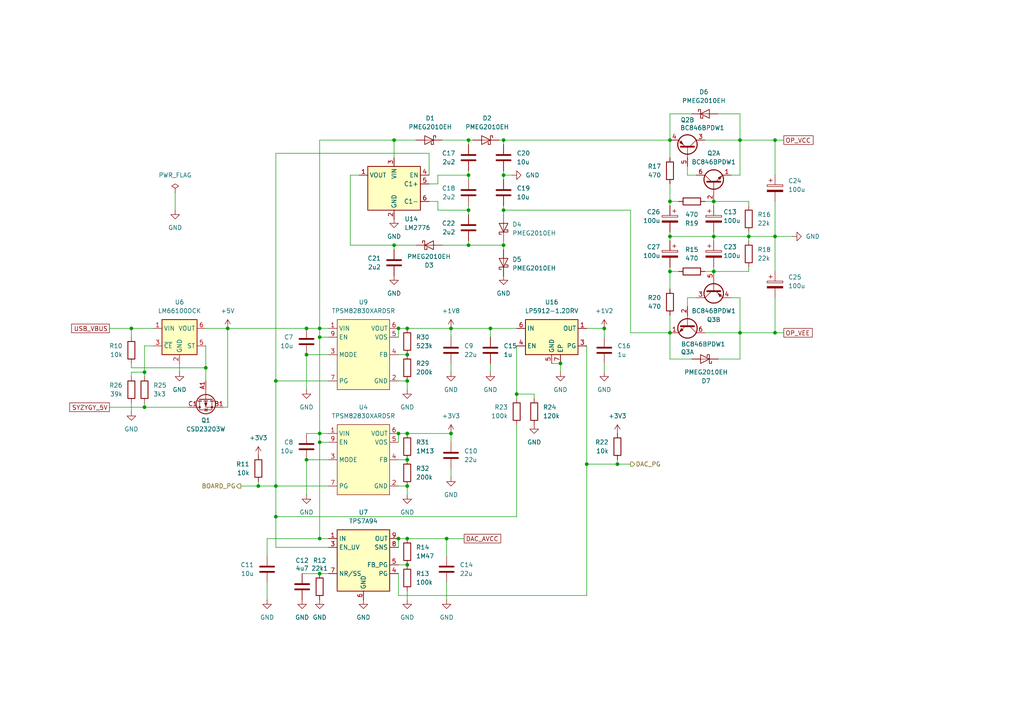
<source format=kicad_sch>
(kicad_sch (version 20231120) (generator "eeschema") (generator_version "8.0")
  (paper "A4")
  (lib_symbols
    (symbol "Device:C" (pin_numbers hide) (pin_names (offset 0.254))
      (property "Reference" "C" (at 0.635 2.54 0))
      (property "Value" "C" (at 0.635 -2.54 0))
      (symbol "C_0_1"
        (polyline (pts (xy -2.032 -0.762) (xy 2.032 -0.762)) (stroke (width 0.508)))
        (polyline (pts (xy -2.032 0.762) (xy 2.032 0.762)) (stroke (width 0.508)))
      )
      (symbol "C_1_1"
        (pin passive line (at 0 3.81 270) (length 2.794) (name "~") (number "1"))
        (pin passive line (at 0 -3.81 90) (length 2.794) (name "~") (number "2"))
      )
    )
    (symbol "Device:C_Polarized" (pin_numbers hide) (pin_names (offset 0.254))
      (property "Reference" "C" (at 0.635 2.54 0))
      (property "Value" "C_Polarized" (at 0.635 -2.54 0))
      (symbol "C_Polarized_0_1"
        (rectangle (start -2.286 0.508) (end 2.286 1.016))
        (polyline (pts (xy -1.778 2.286) (xy -0.762 2.286)))
        (polyline (pts (xy -1.27 2.794) (xy -1.27 1.778)))
        (rectangle (start 2.286 -0.508) (end -2.286 -1.016) (fill (type outline)))
      )
      (symbol "C_Polarized_1_1"
        (pin passive line (at 0 3.81 270) (length 2.794) (name "~") (number "1"))
        (pin passive line (at 0 -3.81 90) (length 2.794) (name "~") (number "2"))
      )
    )
    (symbol "Device:R" (pin_numbers hide) (pin_names (offset 0))
      (property "Reference" "R" (at 2.032 0 90))
      (property "Value" "R" (at 0 0 90))
      (symbol "R_0_1"
        (rectangle (start -1.016 -2.54) (end 1.016 2.54) (stroke (width 0.254)))
      )
      (symbol "R_1_1"
        (pin passive line (at 0 3.81 270) (length 1.27) (name "~") (number "1"))
        (pin passive line (at 0 -3.81 90) (length 1.27) (name "~") (number "2"))
      )
    )
    (symbol "Diode:PMEG2010EH" (pin_numbers hide) (pin_names hide)
      (property "Reference" "D" (at 0 2.54 0))
      (property "Value" "PMEG2010EH" (at 0 -2.54 0))
      (symbol "PMEG2010EH_0_1"
        (polyline (pts (xy 1.27 0) (xy -1.27 0)))
        (polyline (pts (xy 1.27 1.27) (xy 1.27 -1.27) (xy -1.27 0) (xy 1.27 1.27)) (stroke (width 0.2032)))
        (polyline (pts (xy -1.905 0.635) (xy -1.905 1.27) (xy -1.27 1.27) (xy -1.27 -1.27) (xy -0.635 -1.27) (xy -0.635 -0.635)) (stroke (width 0.2032)))
      )
      (symbol "PMEG2010EH_1_1"
        (pin passive line (at -3.81 0 0) (length 2.54) (name "K") (number "1"))
        (pin passive line (at 3.81 0 180) (length 2.54) (name "A") (number "2"))
      )
    )
    (symbol "Power_Management:LM66100DCK"
      (property "Reference" "U" (at -5.08 6.096 0))
      (property "Value" "LM66100DCK" (at 0.254 -6.35 0))
      (symbol "LM66100DCK_0_1"
        (rectangle (start -5.08 5.08) (end 5.08 -5.08) (stroke (width 0.254)) (fill (type background)))
      )
      (symbol "LM66100DCK_1_1"
        (pin power_in line (at -7.62 2.54 0) (length 2.54) (name "VIN") (number "1"))
        (pin power_in line (at 0 -7.62 90) (length 2.54) (name "GND") (number "2"))
        (pin input line (at -7.62 -2.54 0) (length 2.54) (name "~{CE}") (number "3"))
        (pin no_connect line (at 0 5.08 270) (length 2.54) hide (name "NC") (number "4"))
        (pin open_collector line (at 7.62 -2.54 180) (length 2.54) (name "ST") (number "5"))
        (pin power_out line (at 7.62 2.54 180) (length 2.54) (name "VOUT") (number "6"))
      )
    )
    (symbol "Regulator_Linear:LP5912-1.2DRV"
      (property "Reference" "U" (at -3.81 6.35 0))
      (property "Value" "LP5912-1.2DRV" (at 6.35 6.35 0))
      (symbol "LP5912-1.2DRV_0_1"
        (rectangle (start -7.62 -5.08) (end 7.62 5.08) (stroke (width 0.254)) (fill (type background)))
        (pin power_out line (at 10.16 2.54 180) (length 2.54) (name "OUT") (number "1"))
        (pin no_connect line (at 7.62 0 180) (length 2.54) hide (name "NC") (number "2"))
        (pin input line (at -10.16 -2.54 0) (length 2.54) (name "EN") (number "4"))
        (pin power_in line (at 0 -7.62 90) (length 2.54) (name "GND") (number "5"))
        (pin power_in line (at -10.16 2.54 0) (length 2.54) (name "IN") (number "6"))
      )
      (symbol "LP5912-1.2DRV_1_1"
        (pin open_collector line (at 10.16 -2.54 180) (length 2.54) (name "PG") (number "3"))
        (pin passive line (at 2.54 -7.62 90) (length 2.54) (name "EP") (number "7"))
      )
    )
    (symbol "Regulator_SwitchedCapacitor:LM2776"
      (property "Reference" "U" (at -6.35 6.35 0))
      (property "Value" "LM2776" (at 1.27 6.35 0))
      (symbol "LM2776_0_1"
        (rectangle (start -7.62 5.08) (end 7.62 -7.62) (stroke (width 0.254)) (fill (type background)))
      )
      (symbol "LM2776_1_1"
        (pin power_out line (at 10.16 2.54 180) (length 2.54) (name "VOUT") (number "1"))
        (pin power_in line (at 0 -10.16 90) (length 2.54) (name "GND") (number "2"))
        (pin power_in line (at 0 7.62 270) (length 2.54) (name "VIN") (number "3"))
        (pin input line (at -10.16 2.54 0) (length 2.54) (name "EN") (number "4"))
        (pin passive line (at -10.16 0 0) (length 2.54) (name "C1+") (number "5"))
        (pin passive line (at -10.16 -5.08 0) (length 2.54) (name "C1-") (number "6"))
      )
    )
    (symbol "Transistor_BJT:BC846BPDW1" (pin_names (offset 0) hide)
      (property "Reference" "Q" (at 5.08 1.27 0))
      (property "Value" "BC846BPDW1" (at 5.08 -1.27 0))
      (symbol "BC846BPDW1_0_1"
        (polyline (pts (xy 0.635 0) (xy -2.54 0)))
        (circle (center 1.27 0) (radius 2.8194) (stroke (width 0.254)))
        (circle (center 1.27 0) (radius 2.8194) (stroke (width 0.254)))
      )
      (symbol "BC846BPDW1_1_1"
        (polyline (pts (xy 0.635 0.635) (xy 2.54 2.54)))
        (polyline (pts (xy 0.635 -0.635) (xy 2.54 -2.54) (xy 2.54 -2.54)))
        (polyline (pts (xy 0.635 1.905) (xy 0.635 -1.905) (xy 0.635 -1.905)) (stroke (width 0.508)))
        (polyline (pts (xy 1.27 -1.778) (xy 1.778 -1.27) (xy 2.286 -2.286) (xy 1.27 -1.778) (xy 1.27 -1.778)) (fill (type outline)))
        (pin passive line (at 2.54 -5.08 90) (length 2.54) (name "E1") (number "1"))
        (pin input line (at -5.08 0 0) (length 2.54) (name "B1") (number "2"))
        (pin passive line (at 2.54 5.08 270) (length 2.54) (name "C1") (number "6"))
      )
      (symbol "BC846BPDW1_2_1"
        (polyline (pts (xy 0.635 0.635) (xy 2.54 2.54)))
        (polyline (pts (xy 0.635 -0.635) (xy 2.54 -2.54) (xy 2.54 -2.54)))
        (polyline (pts (xy 0.635 1.905) (xy 0.635 -1.905) (xy 0.635 -1.905)) (stroke (width 0.508)))
        (polyline (pts (xy 2.286 -1.778) (xy 1.778 -2.286) (xy 1.27 -1.27) (xy 2.286 -1.778) (xy 2.286 -1.778)) (fill (type outline)))
        (pin passive line (at 2.54 5.08 270) (length 2.54) (name "C2") (number "3"))
        (pin passive line (at 2.54 -5.08 90) (length 2.54) (name "E2") (number "4"))
        (pin input line (at -5.08 0 0) (length 2.54) (name "B2") (number "5"))
      )
    )
    (symbol "albert-custom:CSD23203W" (pin_names (offset 0) hide)
      (property "Reference" "Q" (at 5.08 1.27 0))
      (property "Value" "CSD23203W" (at 5.08 -1.27 0))
      (symbol "CSD23203W_0_1"
        (polyline (pts (xy 0.254 0) (xy -2.54 0)))
        (polyline (pts (xy 0.254 1.905) (xy 0.254 -1.905)) (stroke (width 0.254)))
        (polyline (pts (xy 0.762 -1.27) (xy 0.762 -2.286)) (stroke (width 0.254)))
        (polyline (pts (xy 0.762 0.508) (xy 0.762 -0.508)) (stroke (width 0.254)))
        (polyline (pts (xy 0.762 2.286) (xy 0.762 1.27)) (stroke (width 0.254)))
        (polyline (pts (xy 2.54 2.54) (xy 2.54 1.778)))
        (polyline (pts (xy 2.54 -2.54) (xy 2.54 0) (xy 0.762 0)))
        (polyline (pts (xy 0.762 1.778) (xy 3.302 1.778) (xy 3.302 -1.778) (xy 0.762 -1.778)))
        (polyline (pts (xy 2.286 0) (xy 1.27 0.381) (xy 1.27 -0.381) (xy 2.286 0)) (fill (type outline)))
        (polyline (pts (xy 2.794 -0.508) (xy 2.921 -0.381) (xy 3.683 -0.381) (xy 3.81 -0.254)))
        (polyline (pts (xy 3.302 -0.381) (xy 2.921 0.254) (xy 3.683 0.254) (xy 3.302 -0.381)))
        (circle (center 1.651 0) (radius 2.794) (stroke (width 0.254)))
        (circle (center 2.54 -1.778) (radius 0.254) (fill (type outline)))
        (circle (center 2.54 1.778) (radius 0.254) (fill (type outline)))
      )
      (symbol "CSD23203W_1_1"
        (pin input line (at -5.08 0 0) (length 2.54) (name "G") (number "A1"))
        (pin passive line (at 2.54 -5.08 90) (length 2.54) hide (name "S") (number "A2"))
        (pin passive line (at 2.54 -5.08 90) (length 2.54) (name "S") (number "B1"))
        (pin passive line (at 2.54 -5.08 90) (length 2.54) hide (name "S") (number "B2"))
        (pin passive line (at 2.54 5.08 270) (length 2.54) (name "D") (number "C1"))
        (pin passive line (at 2.54 5.08 270) (length 2.54) hide (name "D") (number "C2"))
      )
    )
    (symbol "albert-custom:TPS7A94"
      (property "Reference" "U" (at 0 1.778 0))
      (property "Value" "TPS7A94" (at 0 0 0))
      (symbol "TPS7A94_0_1"
        (rectangle (start -7.62 -1.27) (end 7.62 -19.05) (stroke (width 0.254)) (fill (type background)))
      )
      (symbol "TPS7A94_1_1"
        (pin power_in line (at -10.16 -3.81 0) (length 2.54) (name "IN") (number "1"))
        (pin power_out line (at 10.16 -3.81 180) (length 2.54) hide (name "OUT") (number "10"))
        (pin passive line (at -10.16 -3.81 0) (length 2.54) hide (name "IN") (number "2"))
        (pin input line (at -10.16 -6.35 0) (length 2.54) (name "EN_UV") (number "3"))
        (pin open_collector line (at 10.16 -13.97 180) (length 2.54) (name "PG") (number "4"))
        (pin input line (at 10.16 -11.43 180) (length 2.54) (name "FB_PG") (number "5"))
        (pin power_in line (at 0 -21.59 90) (length 2.54) (name "GND") (number "6"))
        (pin passive line (at -10.16 -13.97 0) (length 2.54) (name "NR/SS") (number "7"))
        (pin input line (at 10.16 -6.35 180) (length 2.54) (name "SNS") (number "8"))
        (pin power_out line (at 10.16 -3.81 180) (length 2.54) (name "OUT") (number "9"))
      )
    )
    (symbol "albert-custom:TPSM82830XARDSR"
      (property "Reference" "U" (at 0 1.778 0))
      (property "Value" "TPSM82830XARDSR" (at 0 0 0))
      (symbol "TPSM82830XARDSR_1_1"
        (rectangle (start -7.62 -1.27) (end 7.62 -21.59) (fill (type background)))
        (pin power_in line (at -10.16 -3.81 0) (length 2.54) (name "VIN") (number "1"))
        (pin power_in line (at 10.16 -19.05 180) (length 2.54) (name "GND") (number "2"))
        (pin input line (at -10.16 -11.43 0) (length 2.54) (name "MODE") (number "3"))
        (pin input line (at 10.16 -11.43 180) (length 2.54) (name "FB") (number "4"))
        (pin power_out line (at 10.16 -6.35 180) (length 2.54) (name "VOS") (number "5"))
        (pin power_out line (at 10.16 -3.81 180) (length 2.54) (name "VOUT") (number "6"))
        (pin open_collector line (at -10.16 -19.05 0) (length 2.54) (name "PG") (number "7"))
        (pin input line (at -10.16 -6.35 0) (length 2.54) (name "EN") (number "9"))
      )
    )
    (symbol "power:+1V2" (power) (pin_numbers hide) (pin_names (offset 0) hide)
      (property "Value" "+1V2" (at 0 3.556 0))
      (symbol "+1V2_0_1"
        (polyline (pts (xy -0.762 1.27) (xy 0 2.54)))
        (polyline (pts (xy 0 0) (xy 0 2.54)))
        (polyline (pts (xy 0 2.54) (xy 0.762 1.27)))
      )
      (symbol "+1V2_1_1"
        (pin power_in line (at 0 0 90) (length 0) (name "~") (number "1"))
      )
    )
    (symbol "power:+1V8" (power) (pin_numbers hide) (pin_names (offset 0) hide)
      (property "Value" "+1V8" (at 0 3.556 0))
      (symbol "+1V8_0_1"
        (polyline (pts (xy -0.762 1.27) (xy 0 2.54)))
        (polyline (pts (xy 0 0) (xy 0 2.54)))
        (polyline (pts (xy 0 2.54) (xy 0.762 1.27)))
      )
      (symbol "+1V8_1_1"
        (pin power_in line (at 0 0 90) (length 0) (name "~") (number "1"))
      )
    )
    (symbol "power:+3V3" (power) (pin_numbers hide) (pin_names (offset 0) hide)
      (property "Value" "+3V3" (at 0 3.556 0))
      (symbol "+3V3_0_1"
        (polyline (pts (xy -0.762 1.27) (xy 0 2.54)))
        (polyline (pts (xy 0 0) (xy 0 2.54)))
        (polyline (pts (xy 0 2.54) (xy 0.762 1.27)))
      )
      (symbol "+3V3_1_1"
        (pin power_in line (at 0 0 90) (length 0) (name "~") (number "1"))
      )
    )
    (symbol "power:+5V" (power) (pin_numbers hide) (pin_names (offset 0) hide)
      (property "Value" "+5V" (at 0 3.556 0))
      (symbol "+5V_0_1"
        (polyline (pts (xy -0.762 1.27) (xy 0 2.54)))
        (polyline (pts (xy 0 0) (xy 0 2.54)))
        (polyline (pts (xy 0 2.54) (xy 0.762 1.27)))
      )
      (symbol "+5V_1_1"
        (pin power_in line (at 0 0 90) (length 0) (name "~") (number "1"))
      )
    )
    (symbol "power:GND" (power) (pin_numbers hide) (pin_names (offset 0) hide)
      (property "Value" "GND" (at 0 -3.81 0))
      (symbol "GND_0_1"
        (polyline (pts (xy 0 0) (xy 0 -1.27) (xy 1.27 -1.27) (xy 0 -2.54) (xy -1.27 -1.27) (xy 0 -1.27)))
      )
      (symbol "GND_1_1"
        (pin power_in line (at 0 0 270) (length 0) (name "~") (number "1"))
      )
    )
    (symbol "power:PWR_FLAG" (power) (pin_numbers hide) (pin_names (offset 0) hide)
      (property "Value" "PWR_FLAG" (at 0 3.81 0))
      (symbol "PWR_FLAG_0_0"
        (pin power_out line (at 0 0 90) (length 0) (name "~") (number "1"))
      )
      (symbol "PWR_FLAG_0_1"
        (polyline (pts (xy 0 0) (xy 0 1.27) (xy -1.016 1.905) (xy 0 2.54) (xy 1.016 1.905) (xy 0 1.27)))
      )
    )
  )
  (junction (at 80.01 140.97))
  (junction (at 41.91 107.95))
  (junction (at 41.91 118.11))
  (junction (at 207.01 58.42))
  (junction (at 88.9 102.87))
  (junction (at 146.05 71.12))
  (junction (at 194.31 78.74))
  (junction (at 115.57 125.73))
  (junction (at 92.71 95.25))
  (junction (at 118.11 133.35))
  (junction (at 194.31 68.58))
  (junction (at 114.3 40.64))
  (junction (at 115.57 95.25))
  (junction (at 224.79 40.64))
  (junction (at 214.63 96.52))
  (junction (at 118.11 140.97))
  (junction (at 146.05 60.96))
  (junction (at 74.93 140.97))
  (junction (at 135.89 40.64))
  (junction (at 38.1 95.25))
  (junction (at 118.11 163.83))
  (junction (at 207.01 78.74))
  (junction (at 80.01 149.86))
  (junction (at 146.05 50.8))
  (junction (at 92.71 97.79))
  (junction (at 194.31 40.64))
  (junction (at 135.89 71.12))
  (junction (at 59.69 106.68))
  (junction (at 146.05 40.64))
  (junction (at 130.81 125.73))
  (junction (at 114.3 71.12))
  (junction (at 118.11 125.73))
  (junction (at 214.63 40.64))
  (junction (at 118.11 95.25))
  (junction (at 162.56 105.41))
  (junction (at 88.9 133.35))
  (junction (at 149.86 114.3))
  (junction (at 118.11 110.49))
  (junction (at 179.07 134.62))
  (junction (at 92.71 125.73))
  (junction (at 115.57 156.21))
  (junction (at 118.11 102.87))
  (junction (at 88.9 95.25))
  (junction (at 135.89 60.96))
  (junction (at 92.71 166.37))
  (junction (at 194.31 58.42))
  (junction (at 207.01 68.58))
  (junction (at 224.79 96.52))
  (junction (at 142.24 95.25))
  (junction (at 92.71 128.27))
  (junction (at 118.11 156.21))
  (junction (at 80.01 110.49))
  (junction (at 194.31 96.52))
  (junction (at 129.54 156.21))
  (junction (at 92.71 156.21))
  (junction (at 224.79 68.58))
  (junction (at 66.04 95.25))
  (junction (at 217.17 68.58))
  (junction (at 175.26 95.25))
  (junction (at 130.81 95.25))
  (junction (at 135.89 50.8))
  (junction (at 170.18 134.62))
  (wire (pts (xy 194.31 68.58) (xy 194.31 69.85)))
  (wire (pts (xy 124.46 50.8) (xy 124.46 44.45)))
  (wire (pts (xy 95.25 102.87) (xy 88.9 102.87)))
  (wire (pts (xy 127 58.42) (xy 127 60.96)))
  (wire (pts (xy 80.01 158.75) (xy 95.25 158.75)))
  (wire (pts (xy 38.1 95.25) (xy 44.45 95.25)))
  (wire (pts (xy 135.89 50.8) (xy 135.89 52.07)))
  (wire (pts (xy 80.01 110.49) (xy 80.01 140.97)))
  (wire (pts (xy 146.05 49.53) (xy 146.05 50.8)))
  (wire (pts (xy 127 53.34) (xy 127 50.8)))
  (wire (pts (xy 92.71 128.27) (xy 92.71 156.21)))
  (wire (pts (xy 194.31 67.31) (xy 194.31 68.58)))
  (wire (pts (xy 77.47 168.91) (xy 77.47 173.99)))
  (wire (pts (xy 200.66 104.14) (xy 194.31 104.14)))
  (wire (pts (xy 208.28 104.14) (xy 214.63 104.14)))
  (wire (pts (xy 207.01 78.74) (xy 207.01 77.47)))
  (wire (pts (xy 38.1 107.95) (xy 38.1 109.22)))
  (wire (pts (xy 92.71 156.21) (xy 95.25 156.21)))
  (wire (pts (xy 135.89 69.85) (xy 135.89 71.12)))
  (wire (pts (xy 80.01 149.86) (xy 80.01 158.75)))
  (wire (pts (xy 69.85 140.97) (xy 74.93 140.97)))
  (wire (pts (xy 38.1 106.68) (xy 59.69 106.68)))
  (wire (pts (xy 199.39 86.36) (xy 201.93 86.36)))
  (wire (pts (xy 207.01 68.58) (xy 207.01 69.85)))
  (wire (pts (xy 128.27 71.12) (xy 135.89 71.12)))
  (wire (pts (xy 41.91 100.33) (xy 44.45 100.33)))
  (wire (pts (xy 154.94 115.57) (xy 154.94 114.3)))
  (wire (pts (xy 80.01 149.86) (xy 149.86 149.86)))
  (wire (pts (xy 224.79 78.74) (xy 224.79 68.58)))
  (wire (pts (xy 87.63 166.37) (xy 92.71 166.37)))
  (wire (pts (xy 115.57 166.37) (xy 115.57 172.72)))
  (wire (pts (xy 146.05 72.39) (xy 146.05 71.12)))
  (wire (pts (xy 224.79 58.42) (xy 224.79 68.58)))
  (wire (pts (xy 92.71 97.79) (xy 95.25 97.79)))
  (wire (pts (xy 118.11 140.97) (xy 118.11 143.51)))
  (wire (pts (xy 50.8 55.88) (xy 50.8 60.96)))
  (wire (pts (xy 214.63 96.52) (xy 224.79 96.52)))
  (wire (pts (xy 115.57 163.83) (xy 118.11 163.83)))
  (wire (pts (xy 115.57 102.87) (xy 118.11 102.87)))
  (wire (pts (xy 130.81 95.25) (xy 142.24 95.25)))
  (wire (pts (xy 146.05 40.64) (xy 146.05 41.91)))
  (wire (pts (xy 214.63 104.14) (xy 214.63 96.52)))
  (wire (pts (xy 66.04 118.11) (xy 64.77 118.11)))
  (wire (pts (xy 124.46 44.45) (xy 80.01 44.45)))
  (wire (pts (xy 135.89 41.91) (xy 135.89 40.64)))
  (wire (pts (xy 124.46 53.34) (xy 127 53.34)))
  (wire (pts (xy 208.28 33.02) (xy 214.63 33.02)))
  (wire (pts (xy 207.01 78.74) (xy 204.47 78.74)))
  (wire (pts (xy 149.86 114.3) (xy 149.86 115.57)))
  (wire (pts (xy 175.26 105.41) (xy 175.26 107.95)))
  (wire (pts (xy 217.17 78.74) (xy 207.01 78.74)))
  (wire (pts (xy 194.31 33.02) (xy 194.31 40.64)))
  (wire (pts (xy 214.63 96.52) (xy 214.63 86.36)))
  (wire (pts (xy 95.25 133.35) (xy 88.9 133.35)))
  (wire (pts (xy 92.71 40.64) (xy 92.71 95.25)))
  (wire (pts (xy 214.63 86.36) (xy 212.09 86.36)))
  (wire (pts (xy 224.79 40.64) (xy 227.33 40.64)))
  (wire (pts (xy 101.6 50.8) (xy 101.6 71.12)))
  (wire (pts (xy 115.57 95.25) (xy 118.11 95.25)))
  (wire (pts (xy 41.91 100.33) (xy 41.91 107.95)))
  (wire (pts (xy 118.11 110.49) (xy 115.57 110.49)))
  (wire (pts (xy 224.79 96.52) (xy 224.79 86.36)))
  (wire (pts (xy 135.89 71.12) (xy 146.05 71.12)))
  (wire (pts (xy 142.24 105.41) (xy 142.24 107.95)))
  (wire (pts (xy 196.85 58.42) (xy 194.31 58.42)))
  (wire (pts (xy 200.66 33.02) (xy 194.31 33.02)))
  (wire (pts (xy 204.47 96.52) (xy 214.63 96.52)))
  (wire (pts (xy 118.11 125.73) (xy 130.81 125.73)))
  (wire (pts (xy 154.94 114.3) (xy 149.86 114.3)))
  (wire (pts (xy 74.93 140.97) (xy 80.01 140.97)))
  (wire (pts (xy 130.81 125.73) (xy 130.81 128.27)))
  (wire (pts (xy 115.57 125.73) (xy 118.11 125.73)))
  (wire (pts (xy 149.86 100.33) (xy 149.86 114.3)))
  (wire (pts (xy 115.57 156.21) (xy 118.11 156.21)))
  (wire (pts (xy 142.24 95.25) (xy 149.86 95.25)))
  (wire (pts (xy 115.57 95.25) (xy 115.57 97.79)))
  (wire (pts (xy 59.69 106.68) (xy 59.69 110.49)))
  (wire (pts (xy 120.65 40.64) (xy 114.3 40.64)))
  (wire (pts (xy 148.59 50.8) (xy 146.05 50.8)))
  (wire (pts (xy 175.26 97.79) (xy 175.26 95.25)))
  (wire (pts (xy 38.1 116.84) (xy 38.1 119.38)))
  (wire (pts (xy 194.31 91.44) (xy 194.31 96.52)))
  (wire (pts (xy 130.81 135.89) (xy 130.81 138.43)))
  (wire (pts (xy 114.3 71.12) (xy 120.65 71.12)))
  (wire (pts (xy 88.9 102.87) (xy 88.9 113.03)))
  (wire (pts (xy 80.01 140.97) (xy 80.01 149.86)))
  (wire (pts (xy 115.57 156.21) (xy 115.57 158.75)))
  (wire (pts (xy 175.26 95.25) (xy 170.18 95.25)))
  (wire (pts (xy 80.01 110.49) (xy 95.25 110.49)))
  (wire (pts (xy 41.91 107.95) (xy 41.91 109.22)))
  (wire (pts (xy 135.89 49.53) (xy 135.89 50.8)))
  (wire (pts (xy 146.05 40.64) (xy 194.31 40.64)))
  (wire (pts (xy 114.3 40.64) (xy 92.71 40.64)))
  (wire (pts (xy 31.75 95.25) (xy 38.1 95.25)))
  (wire (pts (xy 95.25 128.27) (xy 92.71 128.27)))
  (wire (pts (xy 114.3 72.39) (xy 114.3 71.12)))
  (wire (pts (xy 214.63 33.02) (xy 214.63 40.64)))
  (wire (pts (xy 88.9 95.25) (xy 92.71 95.25)))
  (wire (pts (xy 80.01 140.97) (xy 95.25 140.97)))
  (wire (pts (xy 59.69 95.25) (xy 66.04 95.25)))
  (wire (pts (xy 118.11 171.45) (xy 118.11 173.99)))
  (wire (pts (xy 127 50.8) (xy 135.89 50.8)))
  (wire (pts (xy 170.18 100.33) (xy 170.18 134.62)))
  (wire (pts (xy 217.17 68.58) (xy 217.17 69.85)))
  (wire (pts (xy 217.17 68.58) (xy 217.17 67.31)))
  (wire (pts (xy 194.31 77.47) (xy 194.31 78.74)))
  (wire (pts (xy 207.01 58.42) (xy 204.47 58.42)))
  (wire (pts (xy 124.46 58.42) (xy 127 58.42)))
  (wire (pts (xy 130.81 95.25) (xy 130.81 97.79)))
  (wire (pts (xy 52.07 107.95) (xy 52.07 105.41)))
  (wire (pts (xy 127 60.96) (xy 135.89 60.96)))
  (wire (pts (xy 182.88 60.96) (xy 182.88 96.52)))
  (wire (pts (xy 194.31 53.34) (xy 194.31 58.42)))
  (wire (pts (xy 144.78 40.64) (xy 146.05 40.64)))
  (wire (pts (xy 179.07 133.35) (xy 179.07 134.62)))
  (wire (pts (xy 38.1 97.79) (xy 38.1 95.25)))
  (wire (pts (xy 118.11 95.25) (xy 130.81 95.25)))
  (wire (pts (xy 137.16 40.64) (xy 135.89 40.64)))
  (wire (pts (xy 170.18 134.62) (xy 170.18 172.72)))
  (wire (pts (xy 199.39 88.9) (xy 199.39 86.36)))
  (wire (pts (xy 115.57 125.73) (xy 115.57 128.27)))
  (wire (pts (xy 88.9 125.73) (xy 92.71 125.73)))
  (wire (pts (xy 77.47 156.21) (xy 92.71 156.21)))
  (wire (pts (xy 54.61 118.11) (xy 41.91 118.11)))
  (wire (pts (xy 92.71 95.25) (xy 95.25 95.25)))
  (wire (pts (xy 92.71 95.25) (xy 92.71 97.79)))
  (wire (pts (xy 149.86 123.19) (xy 149.86 149.86)))
  (wire (pts (xy 88.9 133.35) (xy 88.9 143.51)))
  (wire (pts (xy 199.39 48.26) (xy 199.39 50.8)))
  (wire (pts (xy 214.63 40.64) (xy 224.79 40.64)))
  (wire (pts (xy 146.05 62.23) (xy 146.05 60.96)))
  (wire (pts (xy 207.01 58.42) (xy 207.01 59.69)))
  (wire (pts (xy 217.17 78.74) (xy 217.17 77.47)))
  (wire (pts (xy 160.02 105.41) (xy 162.56 105.41)))
  (wire (pts (xy 199.39 50.8) (xy 201.93 50.8)))
  (wire (pts (xy 92.71 97.79) (xy 92.71 125.73)))
  (wire (pts (xy 207.01 67.31) (xy 207.01 68.58)))
  (wire (pts (xy 194.31 40.64) (xy 194.31 45.72)))
  (wire (pts (xy 135.89 59.69) (xy 135.89 60.96)))
  (wire (pts (xy 217.17 58.42) (xy 217.17 59.69)))
  (wire (pts (xy 59.69 106.68) (xy 59.69 100.33)))
  (wire (pts (xy 66.04 95.25) (xy 88.9 95.25)))
  (wire (pts (xy 74.93 139.7) (xy 74.93 140.97)))
  (wire (pts (xy 194.31 78.74) (xy 194.31 83.82)))
  (wire (pts (xy 80.01 44.45) (xy 80.01 110.49)))
  (wire (pts (xy 114.3 40.64) (xy 114.3 45.72)))
  (wire (pts (xy 217.17 68.58) (xy 224.79 68.58)))
  (wire (pts (xy 92.71 125.73) (xy 95.25 125.73)))
  (wire (pts (xy 118.11 110.49) (xy 118.11 113.03)))
  (wire (pts (xy 41.91 116.84) (xy 41.91 118.11)))
  (wire (pts (xy 115.57 133.35) (xy 118.11 133.35)))
  (wire (pts (xy 115.57 172.72) (xy 170.18 172.72)))
  (wire (pts (xy 194.31 58.42) (xy 194.31 59.69)))
  (wire (pts (xy 118.11 140.97) (xy 115.57 140.97)))
  (wire (pts (xy 196.85 78.74) (xy 194.31 78.74)))
  (wire (pts (xy 194.31 68.58) (xy 207.01 68.58)))
  (wire (pts (xy 101.6 71.12) (xy 114.3 71.12)))
  (wire (pts (xy 162.56 107.95) (xy 162.56 105.41)))
  (wire (pts (xy 129.54 168.91) (xy 129.54 173.99)))
  (wire (pts (xy 207.01 68.58) (xy 217.17 68.58)))
  (wire (pts (xy 146.05 50.8) (xy 146.05 52.07)))
  (wire (pts (xy 146.05 69.85) (xy 146.05 71.12)))
  (wire (pts (xy 92.71 166.37) (xy 95.25 166.37)))
  (wire (pts (xy 224.79 96.52) (xy 227.33 96.52)))
  (wire (pts (xy 31.75 118.11) (xy 41.91 118.11)))
  (wire (pts (xy 170.18 134.62) (xy 179.07 134.62)))
  (wire (pts (xy 182.88 96.52) (xy 194.31 96.52)))
  (wire (pts (xy 204.47 40.64) (xy 214.63 40.64)))
  (wire (pts (xy 101.6 50.8) (xy 104.14 50.8)))
  (wire (pts (xy 130.81 105.41) (xy 130.81 107.95)))
  (wire (pts (xy 66.04 95.25) (xy 66.04 118.11)))
  (wire (pts (xy 134.62 156.21) (xy 129.54 156.21)))
  (wire (pts (xy 229.87 68.58) (xy 224.79 68.58)))
  (wire (pts (xy 38.1 106.68) (xy 38.1 105.41)))
  (wire (pts (xy 77.47 156.21) (xy 77.47 161.29)))
  (wire (pts (xy 41.91 107.95) (xy 38.1 107.95)))
  (wire (pts (xy 146.05 59.69) (xy 146.05 60.96)))
  (wire (pts (xy 142.24 95.25) (xy 142.24 97.79)))
  (wire (pts (xy 217.17 58.42) (xy 207.01 58.42)))
  (wire (pts (xy 135.89 60.96) (xy 135.89 62.23)))
  (wire (pts (xy 214.63 50.8) (xy 212.09 50.8)))
  (wire (pts (xy 194.31 96.52) (xy 194.31 104.14)))
  (wire (pts (xy 179.07 134.62) (xy 182.88 134.62)))
  (wire (pts (xy 224.79 40.64) (xy 224.79 50.8)))
  (wire (pts (xy 146.05 60.96) (xy 182.88 60.96)))
  (wire (pts (xy 214.63 40.64) (xy 214.63 50.8)))
  (wire (pts (xy 92.71 128.27) (xy 92.71 125.73)))
  (wire (pts (xy 128.27 40.64) (xy 135.89 40.64)))
  (wire (pts (xy 118.11 156.21) (xy 129.54 156.21)))
  (wire (pts (xy 129.54 156.21) (xy 129.54 161.29)))
  (global_label "SYZYGY_5V" (shape passive) (at 31.75 118.11 180) (property "Intersheetrefs" "${INTERSHEET_REFS}" (effects (hide yes))))
  (global_label "DAC_AVCC" (shape passive) (at 134.62 156.21 0) (property "Intersheetrefs" "${INTERSHEET_REFS}" (effects (hide yes))))
  (global_label "OP_VEE" (shape passive) (at 227.33 96.52 0) (property "Intersheetrefs" "${INTERSHEET_REFS}" (effects (hide yes))))
  (global_label "USB_VBUS" (shape passive) (at 31.75 95.25 180) (property "Intersheetrefs" "${INTERSHEET_REFS}" (effects (hide yes))))
  (global_label "OP_VCC" (shape passive) (at 227.33 40.64 0) (property "Intersheetrefs" "${INTERSHEET_REFS}" (effects (hide yes))))
  (hierarchical_label "DAC_PG" (shape output) (at 182.88 134.62 0))
  (hierarchical_label "BOARD_PG" (shape output) (at 69.85 140.97 180))
  (symbol (lib_id "power:+5V") (at 66.04 95.25 0) (unit 1)
    (property "Reference" "#PWR019" (effects (hide yes)))
    (property "Value" "+5V" (at 66.04 90.17 0))
    (property "Description" "Power symbol creates a global label with name \"+5V\"" (effects (hide yes)))
  )
  (symbol (lib_id "Device:C") (at 135.89 66.04 0) (unit 1)
    (property "Reference" "C22" (at 132.08 64.7699 0) (effects (justify right)))
    (property "Value" "2u2" (at 132.08 67.3099 0) (effects (justify right)))
    (property "Description" "Unpolarized capacitor" (effects (hide yes)))
  )
  (symbol (lib_id "Diode:PMEG2010EH") (at 146.05 76.2 90) (unit 1)
    (property "Reference" "D5" (at 148.59 75.2474 90) (effects (justify right)))
    (property "Value" "PMEG2010EH" (at 148.59 77.7874 90) (effects (justify right)))
    (property "Footprint" "Diode_SMD:D_SOD-123F" (effects (hide yes)))
    (property "Datasheet" "https://assets.nexperia.com/documents/data-sheet/PMEG2010EH_EJ_ET.pdf" (effects (hide yes)))
    (property "Description" "20V, 1A very low Vf MEGA Schottky barrier rectifier, SOD-123F" (effects (hide yes)))
  )
  (symbol (lib_id "albert-custom:TPSM82830XARDSR") (at 105.41 91.44 0) (unit 1)
    (property "Reference" "U9" (at 105.41 87.63 0))
    (property "Value" "TPSM82830XARDSR" (at 105.41 90.17 0))
    (property "Footprint" "lib_fp:QFN-FCMOD-RDS0009A" (effects (hide yes)))
    (property "Datasheet" "https://www.ti.com/lit/ds/symlink/tpsm828301.pdf" (effects (hide yes)))
  )
  (symbol (lib_id "Device:C_Polarized") (at 194.31 73.66 0) (mirror y) (unit 1)
    (property "Reference" "C27" (at 191.516 71.628 0) (effects (justify left)))
    (property "Value" "100u" (at 191.516 74.168 0) (effects (justify left)))
    (property "Description" "Polarized capacitor" (effects (hide yes)))
  )
  (symbol (lib_id "Device:R") (at 194.31 49.53 0) (mirror y) (unit 1)
    (property "Reference" "R17" (at 191.77 48.2599 0) (effects (justify left)))
    (property "Value" "470" (at 191.77 50.7999 0) (effects (justify left)))
    (property "Description" "Resistor" (effects (hide yes)))
  )
  (symbol (lib_id "power:PWR_FLAG") (at 50.8 55.88 0) (unit 1)
    (property "Reference" "#FLG02" (effects (hide yes)))
    (property "Value" "PWR_FLAG" (at 50.8 50.8 0))
    (property "Description" "Special symbol for telling ERC where power comes from" (effects (hide yes)))
  )
  (symbol (lib_id "power:GND") (at 130.81 107.95 0) (unit 1)
    (property "Reference" "#PWR025" (effects (hide yes)))
    (property "Value" "GND" (at 130.81 113.03 0))
    (property "Description" "Power symbol creates a global label with name \"GND\" , ground" (effects (hide yes)))
  )
  (symbol (lib_id "power:+3V3") (at 130.81 125.73 0) (unit 1)
    (property "Reference" "#PWR027" (effects (hide yes)))
    (property "Value" "+3V3" (at 130.81 120.65 0))
    (property "Description" "Power symbol creates a global label with name \"+3V3\"" (effects (hide yes)))
  )
  (symbol (lib_id "Device:C_Polarized") (at 194.31 63.5 0) (mirror y) (unit 1)
    (property "Reference" "C26" (at 191.516 61.468 0) (effects (justify left)))
    (property "Value" "100u" (at 191.516 64.008 0) (effects (justify left)))
    (property "Description" "Polarized capacitor" (effects (hide yes)))
  )
  (symbol (lib_id "Device:R") (at 200.66 78.74 270) (mirror x) (unit 1)
    (property "Reference" "R15" (at 200.66 72.39 90))
    (property "Value" "470" (at 200.66 74.93 90))
    (property "Description" "Resistor" (effects (hide yes)))
  )
  (symbol (lib_id "power:GND") (at 114.3 80.01 0) (unit 1)
    (property "Reference" "#PWR043" (effects (hide yes)))
    (property "Value" "GND" (at 114.3 85.09 0))
    (property "Description" "Power symbol creates a global label with name \"GND\" , ground" (effects (hide yes)))
  )
  (symbol (lib_id "Device:C") (at 135.89 45.72 0) (unit 1)
    (property "Reference" "C17" (at 132.08 44.4499 0) (effects (justify right)))
    (property "Value" "2u2" (at 132.08 46.9899 0) (effects (justify right)))
    (property "Description" "Unpolarized capacitor" (effects (hide yes)))
  )
  (symbol (lib_id "Diode:PMEG2010EH") (at 146.05 66.04 90) (unit 1)
    (property "Reference" "D4" (at 148.59 65.0874 90) (effects (justify right)))
    (property "Value" "PMEG2010EH" (at 148.59 67.6274 90) (effects (justify right)))
    (property "Footprint" "Diode_SMD:D_SOD-123F" (effects (hide yes)))
    (property "Datasheet" "https://assets.nexperia.com/documents/data-sheet/PMEG2010EH_EJ_ET.pdf" (effects (hide yes)))
    (property "Description" "20V, 1A very low Vf MEGA Schottky barrier rectifier, SOD-123F" (effects (hide yes)))
  )
  (symbol (lib_id "albert-custom:TPS7A94") (at 105.41 152.4 0) (unit 1)
    (property "Reference" "U7" (at 105.41 148.59 0))
    (property "Value" "TPS7A94" (at 105.41 151.13 0))
    (property "Footprint" "lib_fp:WSON-DSC-10" (effects (hide yes)))
    (property "Datasheet" "https://www.ti.com/lit/ds/symlink/tps7a94.pdf" (effects (hide yes)))
  )
  (symbol (lib_id "power:GND") (at 129.54 173.99 0) (unit 1)
    (property "Reference" "#PWR033" (effects (hide yes)))
    (property "Value" "GND" (at 129.54 179.07 0))
    (property "Description" "Power symbol creates a global label with name \"GND\" , ground" (effects (hide yes)))
  )
  (symbol (lib_id "power:+1V2") (at 175.26 95.25 0) (unit 1)
    (property "Reference" "#PWR037" (effects (hide yes)))
    (property "Value" "+1V2" (at 175.26 90.17 0))
    (property "Description" "Power symbol creates a global label with name \"+1V2\"" (effects (hide yes)))
  )
  (symbol (lib_id "Device:R") (at 118.11 106.68 0) (unit 1)
    (property "Reference" "R29" (at 120.65 105.4099 0) (effects (justify left)))
    (property "Value" "200k" (at 120.65 107.9499 0) (effects (justify left)))
    (property "Description" "Resistor" (effects (hide yes)))
  )
  (symbol (lib_id "Power_Management:LM66100DCK") (at 52.07 97.79 0) (unit 1)
    (property "Reference" "U6" (at 52.07 87.63 0))
    (property "Value" "LM66100DCK" (at 52.07 90.17 0))
    (property "Footprint" "Package_TO_SOT_SMD:SOT-363_SC-70-6" (effects (hide yes)))
    (property "Datasheet" "https://www.ti.com/lit/ds/symlink/lm66100.pdf" (effects (hide yes)))
    (property "Description" "Ideal Diode With Input Polarity Protection 1.5 - 5.5V  Input Voltage, 1.5A Output Current, Ron 141 mOhm, SC-70-6" (effects (hide yes)))
  )
  (symbol (lib_id "Device:R") (at 217.17 73.66 0) (unit 1)
    (property "Reference" "R18" (at 219.71 72.3899 0) (effects (justify left)))
    (property "Value" "22k" (at 219.71 74.9299 0) (effects (justify left)))
    (property "Description" "Resistor" (effects (hide yes)))
  )
  (symbol (lib_id "Device:R") (at 92.71 170.18 0) (unit 1)
    (property "Reference" "R12" (at 92.71 162.56 0))
    (property "Value" "22k1" (at 92.71 164.846 0))
    (property "Description" "Resistor" (effects (hide yes)))
  )
  (symbol (lib_id "power:GND") (at 88.9 143.51 0) (unit 1)
    (property "Reference" "#PWR024" (effects (hide yes)))
    (property "Value" "GND" (at 88.9 148.59 0))
    (property "Description" "Power symbol creates a global label with name \"GND\" , ground" (effects (hide yes)))
  )
  (symbol (lib_id "Device:C") (at 175.26 101.6 0) (mirror y) (unit 1)
    (property "Reference" "C16" (at 179.07 100.3299 0) (effects (justify right)))
    (property "Value" "1u" (at 179.07 102.8699 0) (effects (justify right)))
    (property "Description" "Unpolarized capacitor" (effects (hide yes)))
  )
  (symbol (lib_id "Device:R") (at 200.66 58.42 90) (mirror x) (unit 1)
    (property "Reference" "R19" (at 200.66 64.77 90))
    (property "Value" "470" (at 200.66 62.23 90))
    (property "Description" "Resistor" (effects (hide yes)))
  )
  (symbol (lib_id "power:+1V8") (at 130.81 95.25 0) (unit 1)
    (property "Reference" "#PWR028" (effects (hide yes)))
    (property "Value" "+1V8" (at 130.81 90.17 0))
    (property "Description" "Power symbol creates a global label with name \"+1V8\"" (effects (hide yes)))
  )
  (symbol (lib_id "Device:C") (at 114.3 76.2 0) (unit 1)
    (property "Reference" "C21" (at 110.49 74.9299 0) (effects (justify right)))
    (property "Value" "2u2" (at 110.49 77.4699 0) (effects (justify right)))
    (property "Description" "Unpolarized capacitor" (effects (hide yes)))
  )
  (symbol (lib_id "power:GND") (at 38.1 119.38 0) (unit 1)
    (property "Reference" "#PWR067" (effects (hide yes)))
    (property "Value" "GND" (at 38.1 124.46 0))
    (property "Description" "Power symbol creates a global label with name \"GND\" , ground" (effects (hide yes)))
  )
  (symbol (lib_id "Device:C") (at 77.47 165.1 0) (unit 1)
    (property "Reference" "C11" (at 73.66 163.8299 0) (effects (justify right)))
    (property "Value" "10u" (at 73.66 166.3699 0) (effects (justify right)))
    (property "Description" "Unpolarized capacitor" (effects (hide yes)))
  )
  (symbol (lib_id "Device:C") (at 129.54 165.1 0) (unit 1)
    (property "Reference" "C14" (at 133.35 163.8299 0) (effects (justify left)))
    (property "Value" "22u" (at 133.35 166.3699 0) (effects (justify left)))
    (property "Description" "Unpolarized capacitor" (effects (hide yes)))
  )
  (symbol (lib_id "Transistor_BJT:BC846BPDW1") (at 207.01 53.34 90) (unit 1)
    (property "Reference" "Q2" (at 207.01 44.45 90))
    (property "Value" "BC846BPDW1" (at 207.01 46.99 90))
    (property "Footprint" "Package_TO_SOT_SMD:SOT-363_SC-70-6" (effects (hide yes)))
    (property "Datasheet" "http://www.onsemi.com/pub_link/Collateral/BC846BPDW1T1-D.PDF" (effects (hide yes)))
    (property "Description" "100mA IC, 65V Vce, Dual NPN/PNP Transistors, SOT-363" (effects (hide yes)))
  )
  (symbol (lib_id "power:GND") (at 130.81 138.43 0) (unit 1)
    (property "Reference" "#PWR026" (effects (hide yes)))
    (property "Value" "GND" (at 130.81 143.51 0))
    (property "Description" "Power symbol creates a global label with name \"GND\" , ground" (effects (hide yes)))
  )
  (symbol (lib_id "power:GND") (at 148.59 50.8 90) (mirror x) (unit 1)
    (property "Reference" "#PWR042" (effects (hide yes)))
    (property "Value" "GND" (at 152.4 50.7999 90) (effects (justify right)))
    (property "Description" "Power symbol creates a global label with name \"GND\" , ground" (effects (hide yes)))
  )
  (symbol (lib_id "Device:C") (at 88.9 129.54 0) (unit 1)
    (property "Reference" "C8" (at 85.09 128.2699 0) (effects (justify right)))
    (property "Value" "10u" (at 85.09 130.8099 0) (effects (justify right)))
    (property "Description" "Unpolarized capacitor" (effects (hide yes)))
  )
  (symbol (lib_id "Device:R") (at 194.31 87.63 0) (mirror y) (unit 1)
    (property "Reference" "R20" (at 191.77 86.3599 0) (effects (justify left)))
    (property "Value" "470" (at 191.77 88.8999 0) (effects (justify left)))
    (property "Description" "Resistor" (effects (hide yes)))
  )
  (symbol (lib_id "power:GND") (at 162.56 107.95 0) (unit 1)
    (property "Reference" "#PWR040" (effects (hide yes)))
    (property "Value" "GND" (at 162.56 113.03 0))
    (property "Description" "Power symbol creates a global label with name \"GND\" , ground" (effects (hide yes)))
  )
  (symbol (lib_id "Regulator_SwitchedCapacitor:LM2776") (at 114.3 53.34 0) (mirror y) (unit 1)
    (property "Reference" "U14" (at 117.3165 63.5 0) (effects (justify right)))
    (property "Value" "LM2776" (at 117.3165 66.04 0) (effects (justify right)))
    (property "Footprint" "Package_TO_SOT_SMD:SOT-23-6" (effects (hide yes)))
    (property "Datasheet" "http://www.ti.com/lit/ds/symlink/lm2776.pdf" (effects (hide yes)))
    (property "Description" "Switched capacitor inverter, inverts positive voltage +2.7 to +5.5V to negative, 200mA, SOT-23-6" (effects (hide yes)))
  )
  (symbol (lib_id "Device:R") (at 179.07 129.54 0) (unit 1)
    (property "Reference" "R22" (at 176.53 128.2699 0) (effects (justify right)))
    (property "Value" "10k" (at 176.53 130.8099 0) (effects (justify right)))
    (property "Description" "Resistor" (effects (hide yes)))
  )
  (symbol (lib_id "Device:R") (at 118.11 167.64 0) (unit 1)
    (property "Reference" "R13" (at 120.65 166.3699 0) (effects (justify left)))
    (property "Value" "100k" (at 120.65 168.9099 0) (effects (justify left)))
    (property "Description" "Resistor" (effects (hide yes)))
  )
  (symbol (lib_id "power:GND") (at 175.26 107.95 0) (mirror y) (unit 1)
    (property "Reference" "#PWR039" (effects (hide yes)))
    (property "Value" "GND" (at 175.26 113.03 0))
    (property "Description" "Power symbol creates a global label with name \"GND\" , ground" (effects (hide yes)))
  )
  (symbol (lib_id "Device:C") (at 146.05 55.88 0) (mirror y) (unit 1)
    (property "Reference" "C19" (at 149.86 54.6099 0) (effects (justify right)))
    (property "Value" "10u" (at 149.86 57.1499 0) (effects (justify right)))
    (property "Description" "Unpolarized capacitor" (effects (hide yes)))
  )
  (symbol (lib_id "power:+3V3") (at 74.93 132.08 0) (unit 1)
    (property "Reference" "#PWR056" (effects (hide yes)))
    (property "Value" "+3V3" (at 74.93 127 0))
    (property "Description" "Power symbol creates a global label with name \"+3V3\"" (effects (hide yes)))
  )
  (symbol (lib_id "Device:C_Polarized") (at 207.01 63.5 0) (unit 1)
    (property "Reference" "C13" (at 209.804 61.468 0) (effects (justify left)))
    (property "Value" "100u" (at 209.804 64.008 0) (effects (justify left)))
    (property "Description" "Polarized capacitor" (effects (hide yes)))
  )
  (symbol (lib_id "Device:C") (at 130.81 132.08 0) (mirror y) (unit 1)
    (property "Reference" "C10" (at 134.62 130.8099 0) (effects (justify right)))
    (property "Value" "22u" (at 134.62 133.3499 0) (effects (justify right)))
    (property "Description" "Unpolarized capacitor" (effects (hide yes)))
  )
  (symbol (lib_id "Device:R") (at 38.1 101.6 0) (mirror y) (unit 1)
    (property "Reference" "R10" (at 35.56 100.3299 0) (effects (justify left)))
    (property "Value" "10k" (at 35.56 102.8699 0) (effects (justify left)))
    (property "Description" "Resistor" (effects (hide yes)))
  )
  (symbol (lib_id "Device:R") (at 118.11 99.06 0) (unit 1)
    (property "Reference" "R30" (at 120.65 97.7899 0) (effects (justify left)))
    (property "Value" "523k" (at 120.65 100.3299 0) (effects (justify left)))
    (property "Description" "Resistor" (effects (hide yes)))
  )
  (symbol (lib_id "power:GND") (at 118.11 113.03 0) (unit 1)
    (property "Reference" "#PWR022" (effects (hide yes)))
    (property "Value" "GND" (at 118.11 118.11 0))
    (property "Description" "Power symbol creates a global label with name \"GND\" , ground" (effects (hide yes)))
  )
  (symbol (lib_id "Device:C_Polarized") (at 224.79 82.55 0) (unit 1)
    (property "Reference" "C25" (at 228.6 80.3909 0) (effects (justify left)))
    (property "Value" "100u" (at 228.6 82.9309 0) (effects (justify left)))
    (property "Description" "Polarized capacitor" (effects (hide yes)))
  )
  (symbol (lib_id "power:GND") (at 92.71 173.99 0) (unit 1)
    (property "Reference" "#PWR034" (effects (hide yes)))
    (property "Value" "GND" (at 92.71 179.07 0))
    (property "Description" "Power symbol creates a global label with name \"GND\" , ground" (effects (hide yes)))
  )
  (symbol (lib_id "power:GND") (at 118.11 143.51 0) (unit 1)
    (property "Reference" "#PWR073" (effects (hide yes)))
    (property "Value" "GND" (at 118.11 148.59 0))
    (property "Description" "Power symbol creates a global label with name \"GND\" , ground" (effects (hide yes)))
  )
  (symbol (lib_id "Device:R") (at 41.91 113.03 0) (unit 1)
    (property "Reference" "R25" (at 44.45 111.7599 0) (effects (justify left)))
    (property "Value" "3k3" (at 44.45 114.2999 0) (effects (justify left)))
    (property "Description" "Resistor" (effects (hide yes)))
  )
  (symbol (lib_id "Device:R") (at 149.86 119.38 0) (mirror y) (unit 1)
    (property "Reference" "R23" (at 147.32 118.1099 0) (effects (justify left)))
    (property "Value" "100k" (at 147.32 120.6499 0) (effects (justify left)))
    (property "Description" "Resistor" (effects (hide yes)))
  )
  (symbol (lib_id "albert-custom:TPSM82830XARDSR") (at 105.41 121.92 0) (unit 1)
    (property "Reference" "U4" (at 105.41 118.11 0))
    (property "Value" "TPSM82830XARDSR" (at 105.41 120.65 0))
    (property "Footprint" "lib_fp:QFN-FCMOD-RDS0009A" (effects (hide yes)))
    (property "Datasheet" "https://www.ti.com/lit/ds/symlink/tpsm828301.pdf" (effects (hide yes)))
  )
  (symbol (lib_id "Diode:PMEG2010EH") (at 124.46 40.64 0) (mirror y) (unit 1)
    (property "Reference" "D1" (at 124.7775 34.29 0))
    (property "Value" "PMEG2010EH" (at 124.7775 36.83 0))
    (property "Footprint" "Diode_SMD:D_SOD-123F" (effects (hide yes)))
    (property "Datasheet" "https://assets.nexperia.com/documents/data-sheet/PMEG2010EH_EJ_ET.pdf" (effects (hide yes)))
    (property "Description" "20V, 1A very low Vf MEGA Schottky barrier rectifier, SOD-123F" (effects (hide yes)))
  )
  (symbol (lib_id "Transistor_BJT:BC846BPDW1") (at 207.01 83.82 90) (mirror x) (unit 2)
    (property "Reference" "Q3" (at 207.01 92.71 90))
    (property "Value" "BC846BPDW1" (at 207.01 90.17 90))
    (property "Footprint" "Package_TO_SOT_SMD:SOT-363_SC-70-6" (effects (hide yes)))
    (property "Datasheet" "http://www.onsemi.com/pub_link/Collateral/BC846BPDW1T1-D.PDF" (effects (hide yes)))
    (property "Description" "100mA IC, 65V Vce, Dual NPN/PNP Transistors, SOT-363" (effects (hide yes)))
  )
  (symbol (lib_id "power:GND") (at 77.47 173.99 0) (unit 1)
    (property "Reference" "#PWR029" (effects (hide yes)))
    (property "Value" "GND" (at 77.47 179.07 0))
    (property "Description" "Power symbol creates a global label with name \"GND\" , ground" (effects (hide yes)))
  )
  (symbol (lib_id "Device:C") (at 142.24 101.6 0) (mirror y) (unit 1)
    (property "Reference" "C15" (at 146.05 100.3299 0) (effects (justify right)))
    (property "Value" "1u" (at 146.05 102.8699 0) (effects (justify right)))
    (property "Description" "Unpolarized capacitor" (effects (hide yes)))
  )
  (symbol (lib_id "Device:C") (at 88.9 99.06 0) (unit 1)
    (property "Reference" "C7" (at 85.09 97.7899 0) (effects (justify right)))
    (property "Value" "10u" (at 85.09 100.3299 0) (effects (justify right)))
    (property "Description" "Unpolarized capacitor" (effects (hide yes)))
  )
  (symbol (lib_id "Device:R") (at 38.1 113.03 0) (mirror y) (unit 1)
    (property "Reference" "R26" (at 35.56 111.7599 0) (effects (justify left)))
    (property "Value" "39k" (at 35.56 114.2999 0) (effects (justify left)))
    (property "Description" "Resistor" (effects (hide yes)))
  )
  (symbol (lib_id "Device:C") (at 130.81 101.6 0) (mirror y) (unit 1)
    (property "Reference" "C9" (at 134.62 100.3299 0) (effects (justify right)))
    (property "Value" "22u" (at 134.62 102.8699 0) (effects (justify right)))
    (property "Description" "Unpolarized capacitor" (effects (hide yes)))
  )
  (symbol (lib_id "Device:C") (at 135.89 55.88 0) (unit 1)
    (property "Reference" "C18" (at 132.08 54.6099 0) (effects (justify right)))
    (property "Value" "2u2" (at 132.08 57.1499 0) (effects (justify right)))
    (property "Description" "Unpolarized capacitor" (effects (hide yes)))
  )
  (symbol (lib_id "Device:C") (at 87.63 170.18 0) (unit 1)
    (property "Reference" "C12" (at 87.63 162.56 0))
    (property "Value" "4u7" (at 87.63 164.846 0))
    (property "Description" "Unpolarized capacitor" (effects (hide yes)))
  )
  (symbol (lib_id "Device:C") (at 146.05 45.72 0) (mirror y) (unit 1)
    (property "Reference" "C20" (at 149.86 44.4499 0) (effects (justify right)))
    (property "Value" "10u" (at 149.86 46.9899 0) (effects (justify right)))
    (property "Description" "Unpolarized capacitor" (effects (hide yes)))
  )
  (symbol (lib_id "Diode:PMEG2010EH") (at 124.46 71.12 0) (unit 1)
    (property "Reference" "D3" (at 124.46 76.962 0))
    (property "Value" "PMEG2010EH" (at 124.3965 74.422 0))
    (property "Footprint" "Diode_SMD:D_SOD-123F" (effects (hide yes)))
    (property "Datasheet" "https://assets.nexperia.com/documents/data-sheet/PMEG2010EH_EJ_ET.pdf" (effects (hide yes)))
    (property "Description" "20V, 1A very low Vf MEGA Schottky barrier rectifier, SOD-123F" (effects (hide yes)))
  )
  (symbol (lib_id "Device:C_Polarized") (at 207.01 73.66 0) (unit 1)
    (property "Reference" "C23" (at 209.804 71.628 0) (effects (justify left)))
    (property "Value" "100u" (at 209.804 74.168 0) (effects (justify left)))
    (property "Description" "Polarized capacitor" (effects (hide yes)))
  )
  (symbol (lib_id "power:GND") (at 229.87 68.58 90) (unit 1)
    (property "Reference" "#PWR035" (effects (hide yes)))
    (property "Value" "GND" (at 233.68 68.5799 90) (effects (justify right)))
    (property "Description" "Power symbol creates a global label with name \"GND\" , ground" (effects (hide yes)))
  )
  (symbol (lib_id "power:GND") (at 87.63 173.99 0) (unit 1)
    (property "Reference" "#PWR031" (effects (hide yes)))
    (property "Value" "GND" (at 87.63 179.07 0))
    (property "Description" "Power symbol creates a global label with name \"GND\" , ground" (effects (hide yes)))
  )
  (symbol (lib_id "albert-custom:CSD23203W") (at 59.69 115.57 90) (mirror x) (unit 1)
    (property "Reference" "Q1" (at 59.69 121.92 90))
    (property "Value" "CSD23203W" (at 59.69 124.46 90))
    (property "Footprint" "Package_BGA:Texas_DSBGA-6_0.9x1.4mm_Layout2x3_P0.5mm" (effects (hide yes)))
    (property "Datasheet" "https://www.ti.com/lit/ds/symlink/csd23203w.pdf" (effects (hide yes)))
    (property "Description" "P-MOSFET transistor, gate/source/drain" (effects (hide yes)))
  )
  (symbol (lib_id "power:GND") (at 114.3 63.5 0) (unit 1)
    (property "Reference" "#PWR041" (effects (hide yes)))
    (property "Value" "GND" (at 114.3 68.58 0))
    (property "Description" "Power symbol creates a global label with name \"GND\" , ground" (effects (hide yes)))
  )
  (symbol (lib_id "power:GND") (at 146.05 80.01 0) (unit 1)
    (property "Reference" "#PWR044" (effects (hide yes)))
    (property "Value" "GND" (at 146.05 85.09 0))
    (property "Description" "Power symbol creates a global label with name \"GND\" , ground" (effects (hide yes)))
  )
  (symbol (lib_id "power:GND") (at 154.94 123.19 0) (unit 1)
    (property "Reference" "#PWR062" (effects (hide yes)))
    (property "Value" "GND" (at 154.94 128.27 0))
    (property "Description" "Power symbol creates a global label with name \"GND\" , ground" (effects (hide yes)))
  )
  (symbol (lib_id "power:GND") (at 88.9 113.03 0) (unit 1)
    (property "Reference" "#PWR023" (effects (hide yes)))
    (property "Value" "GND" (at 88.9 118.11 0))
    (property "Description" "Power symbol creates a global label with name \"GND\" , ground" (effects (hide yes)))
  )
  (symbol (lib_id "Device:R") (at 154.94 119.38 0) (unit 1)
    (property "Reference" "R24" (at 157.48 118.1099 0) (effects (justify left)))
    (property "Value" "120k" (at 157.48 120.6499 0) (effects (justify left)))
    (property "Description" "Resistor" (effects (hide yes)))
  )
  (symbol (lib_id "Transistor_BJT:BC846BPDW1") (at 199.39 93.98 270) (unit 1)
    (property "Reference" "Q3" (at 199.39 102.108 90))
    (property "Value" "BC846BPDW1" (at 203.962 99.822 90))
    (property "Footprint" "Package_TO_SOT_SMD:SOT-363_SC-70-6" (effects (hide yes)))
    (property "Datasheet" "http://www.onsemi.com/pub_link/Collateral/BC846BPDW1T1-D.PDF" (effects (hide yes)))
    (property "Description" "100mA IC, 65V Vce, Dual NPN/PNP Transistors, SOT-363" (effects (hide yes)))
  )
  (symbol (lib_id "Device:C_Polarized") (at 224.79 54.61 0) (unit 1)
    (property "Reference" "C24" (at 228.6 52.4509 0) (effects (justify left)))
    (property "Value" "100u" (at 228.6 54.9909 0) (effects (justify left)))
    (property "Description" "Polarized capacitor" (effects (hide yes)))
  )
  (symbol (lib_id "power:GND") (at 105.41 173.99 0) (unit 1)
    (property "Reference" "#PWR030" (effects (hide yes)))
    (property "Value" "GND" (at 105.41 179.07 0))
    (property "Description" "Power symbol creates a global label with name \"GND\" , ground" (effects (hide yes)))
  )
  (symbol (lib_id "Device:R") (at 118.11 129.54 0) (unit 1)
    (property "Reference" "R31" (at 120.65 128.2699 0) (effects (justify left)))
    (property "Value" "1M13" (at 120.65 130.8099 0) (effects (justify left)))
    (property "Description" "Resistor" (effects (hide yes)))
  )
  (symbol (lib_id "Diode:PMEG2010EH") (at 204.47 104.14 180) (unit 1)
    (property "Reference" "D7" (at 204.7875 110.49 0))
    (property "Value" "PMEG2010EH" (at 204.7875 107.95 0))
    (property "Footprint" "Diode_SMD:D_SOD-123F" (effects (hide yes)))
    (property "Datasheet" "https://assets.nexperia.com/documents/data-sheet/PMEG2010EH_EJ_ET.pdf" (effects (hide yes)))
    (property "Description" "20V, 1A very low Vf MEGA Schottky barrier rectifier, SOD-123F" (effects (hide yes)))
  )
  (symbol (lib_id "Diode:PMEG2010EH") (at 140.97 40.64 0) (mirror y) (unit 1)
    (property "Reference" "D2" (at 141.2875 34.29 0))
    (property "Value" "PMEG2010EH" (at 141.2875 36.83 0))
    (property "Footprint" "Diode_SMD:D_SOD-123F" (effects (hide yes)))
    (property "Datasheet" "https://assets.nexperia.com/documents/data-sheet/PMEG2010EH_EJ_ET.pdf" (effects (hide yes)))
    (property "Description" "20V, 1A very low Vf MEGA Schottky barrier rectifier, SOD-123F" (effects (hide yes)))
  )
  (symbol (lib_id "Transistor_BJT:BC846BPDW1") (at 199.39 43.18 270) (mirror x) (unit 2)
    (property "Reference" "Q2" (at 199.39 34.798 90))
    (property "Value" "BC846BPDW1" (at 203.708 37.084 90))
    (property "Footprint" "Package_TO_SOT_SMD:SOT-363_SC-70-6" (effects (hide yes)))
    (property "Datasheet" "http://www.onsemi.com/pub_link/Collateral/BC846BPDW1T1-D.PDF" (effects (hide yes)))
    (property "Description" "100mA IC, 65V Vce, Dual NPN/PNP Transistors, SOT-363" (effects (hide yes)))
  )
  (symbol (lib_id "Regulator_Linear:LP5912-1.2DRV") (at 160.02 97.79 0) (unit 1)
    (property "Reference" "U16" (at 160.02 87.63 0))
    (property "Value" "LP5912-1.2DRV" (at 160.02 90.17 0))
    (property "Footprint" "Package_SON:WSON-6-1EP_2x2mm_P0.65mm_EP1x1.6mm_ThermalVias" (effects (hide yes)))
    (property "Datasheet" "http://www.ti.com/lit/ds/symlink/lp5912.pdf" (effects (hide yes)))
    (property "Description" "500-mA Ultra-Low-Noise Low-IQ LDO, 1.2V, WSON-6" (effects (hide yes)))
  )
  (symbol (lib_id "power:GND") (at 142.24 107.95 0) (unit 1)
    (property "Reference" "#PWR038" (effects (hide yes)))
    (property "Value" "GND" (at 142.24 113.03 0))
    (property "Description" "Power symbol creates a global label with name \"GND\" , ground" (effects (hide yes)))
  )
  (symbol (lib_id "power:GND") (at 118.11 173.99 0) (unit 1)
    (property "Reference" "#PWR032" (effects (hide yes)))
    (property "Value" "GND" (at 118.11 179.07 0))
    (property "Description" "Power symbol creates a global label with name \"GND\" , ground" (effects (hide yes)))
  )
  (symbol (lib_id "power:+3V3") (at 179.07 125.73 0) (unit 1)
    (property "Reference" "#PWR057" (effects (hide yes)))
    (property "Value" "+3V3" (at 179.07 120.65 0))
    (property "Description" "Power symbol creates a global label with name \"+3V3\"" (effects (hide yes)))
  )
  (symbol (lib_id "Device:R") (at 217.17 63.5 0) (unit 1)
    (property "Reference" "R16" (at 219.71 62.2299 0) (effects (justify left)))
    (property "Value" "22k" (at 219.71 64.7699 0) (effects (justify left)))
    (property "Description" "Resistor" (effects (hide yes)))
  )
  (symbol (lib_id "Device:R") (at 118.11 137.16 0) (unit 1)
    (property "Reference" "R32" (at 120.65 135.8899 0) (effects (justify left)))
    (property "Value" "200k" (at 120.65 138.4299 0) (effects (justify left)))
    (property "Description" "Resistor" (effects (hide yes)))
  )
  (symbol (lib_id "Device:R") (at 118.11 160.02 0) (unit 1)
    (property "Reference" "R14" (at 120.65 158.7499 0) (effects (justify left)))
    (property "Value" "1M47" (at 120.65 161.2899 0) (effects (justify left)))
    (property "Description" "Resistor" (effects (hide yes)))
  )
  (symbol (lib_id "power:GND") (at 52.07 107.95 0) (unit 1)
    (property "Reference" "#PWR020" (effects (hide yes)))
    (property "Value" "GND" (at 52.07 113.03 0))
    (property "Description" "Power symbol creates a global label with name \"GND\" , ground" (effects (hide yes)))
  )
  (symbol (lib_id "Device:R") (at 74.93 135.89 0) (unit 1)
    (property "Reference" "R11" (at 72.39 134.6199 0) (effects (justify right)))
    (property "Value" "10k" (at 72.39 137.1599 0) (effects (justify right)))
    (property "Description" "Resistor" (effects (hide yes)))
  )
  (symbol (lib_id "power:GND") (at 50.8 60.96 0) (unit 1)
    (property "Reference" "#PWR036" (effects (hide yes)))
    (property "Value" "GND" (at 50.8 66.04 0))
    (property "Description" "Power symbol creates a global label with name \"GND\" , ground" (effects (hide yes)))
  )
  (symbol (lib_id "Diode:PMEG2010EH") (at 204.47 33.02 0) (unit 1)
    (property "Reference" "D6" (at 204.1525 26.67 0))
    (property "Value" "PMEG2010EH" (at 204.1525 29.21 0))
    (property "Footprint" "Diode_SMD:D_SOD-123F" (effects (hide yes)))
    (property "Datasheet" "https://assets.nexperia.com/documents/data-sheet/PMEG2010EH_EJ_ET.pdf" (effects (hide yes)))
    (property "Description" "20V, 1A very low Vf MEGA Schottky barrier rectifier, SOD-123F" (effects (hide yes)))
  )
)
</source>
